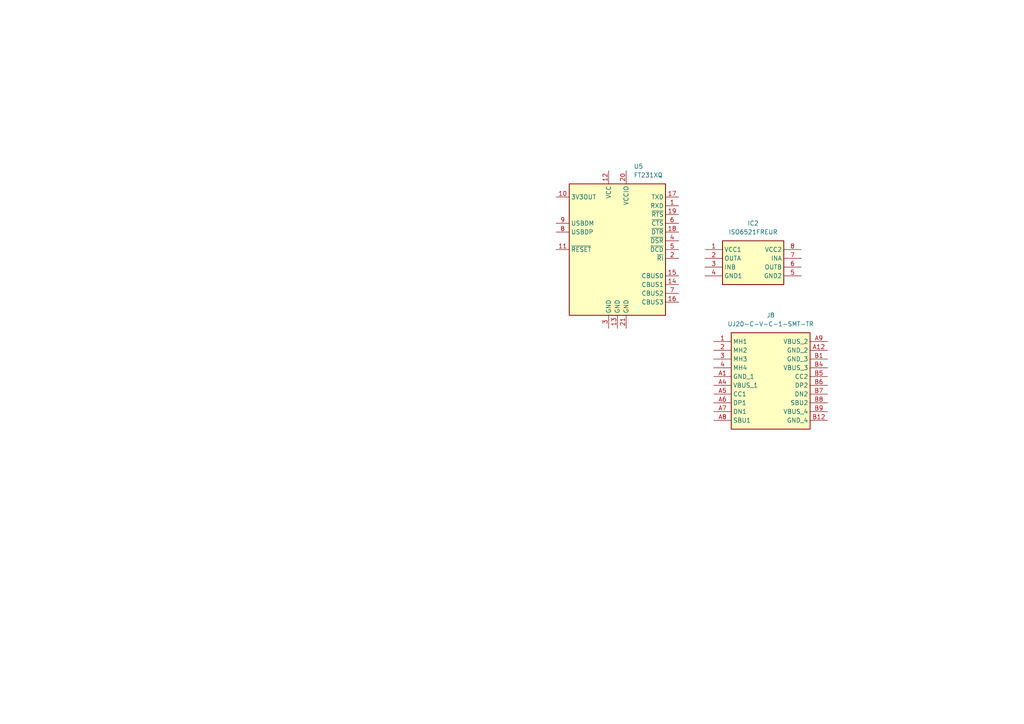
<source format=kicad_sch>
(kicad_sch (version 20231120) (generator "eeschema") (generator_version "8.0")
  (paper "A4")
  (title_block (title "RPM meter LED") (date "2024-11-26") (rev "v1.0") (company "STAPsystem"))
  (lib_symbols
    (symbol "Interface_USB:FT231XQ"
      (property "Reference" "U" (at -13.97 20.32 0))
      (property "Value" "FT231XQ" (at 6.35 20.32 0))
      (symbol "FT231XQ_0_1"
        (rectangle (start -13.97 19.05) (end 13.97 -19.05) (stroke (width 0.254)) (fill (type background)))
      )
      (symbol "FT231XQ_1_1"
        (pin input line (at 17.78 12.7 180) (length 3.81) (name "RXD") (number "1"))
        (pin power_out line (at -17.78 15.24 0) (length 3.81) (name "3V3OUT") (number "10"))
        (pin input line (at -17.78 0 0) (length 3.81) (name "~{RESET}") (number "11"))
        (pin power_in line (at -2.54 22.86 270) (length 3.81) (name "VCC") (number "12"))
        (pin power_in line (at 0 -22.86 90) (length 3.81) (name "GND") (number "13"))
        (pin bidirectional line (at 17.78 -10.16 180) (length 3.81) (name "CBUS1") (number "14"))
        (pin bidirectional line (at 17.78 -7.62 180) (length 3.81) (name "CBUS0") (number "15"))
        (pin bidirectional line (at 17.78 -15.24 180) (length 3.81) (name "CBUS3") (number "16"))
        (pin output line (at 17.78 15.24 180) (length 3.81) (name "TXD") (number "17"))
        (pin output line (at 17.78 5.08 180) (length 3.81) (name "~{DTR}") (number "18"))
        (pin output line (at 17.78 10.16 180) (length 3.81) (name "~{RTS}") (number "19"))
        (pin input line (at 17.78 -2.54 180) (length 3.81) (name "~{RI}") (number "2"))
        (pin power_in line (at 2.54 22.86 270) (length 3.81) (name "VCCIO") (number "20"))
        (pin power_in line (at 2.54 -22.86 90) (length 3.81) (name "GND") (number "21"))
        (pin power_in line (at -2.54 -22.86 90) (length 3.81) (name "GND") (number "3"))
        (pin input line (at 17.78 2.54 180) (length 3.81) (name "~{DSR}") (number "4"))
        (pin input line (at 17.78 0 180) (length 3.81) (name "~{DCD}") (number "5"))
        (pin input line (at 17.78 7.62 180) (length 3.81) (name "~{CTS}") (number "6"))
        (pin bidirectional line (at 17.78 -12.7 180) (length 3.81) (name "CBUS2") (number "7"))
        (pin bidirectional line (at -17.78 5.08 0) (length 3.81) (name "USBDP") (number "8"))
        (pin bidirectional line (at -17.78 7.62 0) (length 3.81) (name "USBDM") (number "9"))
      )
    )
    (symbol "local_library:ISO6521FREUR"
      (property "Reference" "IC" (at 24.13 7.62 0))
      (property "Value" "ISO6521FREUR" (at 24.13 5.08 0))
      (symbol "ISO6521FREUR_1_1"
        (rectangle (start 5.08 2.54) (end 22.86 -10.16) (stroke (width 0.254)) (fill (type background)))
        (pin passive line (at 0 0 0) (length 5.08) (name "VCC1") (number "1"))
        (pin passive line (at 0 -2.54 0) (length 5.08) (name "OUTA") (number "2"))
        (pin passive line (at 0 -5.08 0) (length 5.08) (name "INB") (number "3"))
        (pin passive line (at 0 -7.62 0) (length 5.08) (name "GND1") (number "4"))
        (pin passive line (at 27.94 -7.62 180) (length 5.08) (name "GND2") (number "5"))
        (pin passive line (at 27.94 -5.08 180) (length 5.08) (name "OUTB") (number "6"))
        (pin passive line (at 27.94 -2.54 180) (length 5.08) (name "INA") (number "7"))
        (pin passive line (at 27.94 0 180) (length 5.08) (name "VCC2") (number "8"))
      )
    )
    (symbol "local_library:UJ20-C-V-C-1-SMT-TR"
      (property "Reference" "J" (at 29.21 7.62 0))
      (property "Value" "UJ20-C-V-C-1-SMT-TR" (at 29.21 5.08 0))
      (symbol "UJ20-C-V-C-1-SMT-TR_1_1"
        (rectangle (start 5.08 2.54) (end 27.94 -25.4) (stroke (width 0.254)) (fill (type background)))
        (pin passive line (at 0 0 0) (length 5.08) (name "MH1") (number "1"))
        (pin passive line (at 0 -2.54 0) (length 5.08) (name "MH2") (number "2"))
        (pin passive line (at 0 -5.08 0) (length 5.08) (name "MH3") (number "3"))
        (pin passive line (at 0 -7.62 0) (length 5.08) (name "MH4") (number "4"))
        (pin passive line (at 0 -10.16 0) (length 5.08) (name "GND_1") (number "A1"))
        (pin passive line (at 33.02 -2.54 180) (length 5.08) (name "GND_2") (number "A12"))
        (pin passive line (at 0 -12.7 0) (length 5.08) (name "VBUS_1") (number "A4"))
        (pin passive line (at 0 -15.24 0) (length 5.08) (name "CC1") (number "A5"))
        (pin passive line (at 0 -17.78 0) (length 5.08) (name "DP1") (number "A6"))
        (pin passive line (at 0 -20.32 0) (length 5.08) (name "DN1") (number "A7"))
        (pin passive line (at 0 -22.86 0) (length 5.08) (name "SBU1") (number "A8"))
        (pin passive line (at 33.02 0 180) (length 5.08) (name "VBUS_2") (number "A9"))
        (pin passive line (at 33.02 -5.08 180) (length 5.08) (name "GND_3") (number "B1"))
        (pin passive line (at 33.02 -22.86 180) (length 5.08) (name "GND_4") (number "B12"))
        (pin passive line (at 33.02 -7.62 180) (length 5.08) (name "VBUS_3") (number "B4"))
        (pin passive line (at 33.02 -10.16 180) (length 5.08) (name "CC2") (number "B5"))
        (pin passive line (at 33.02 -12.7 180) (length 5.08) (name "DP2") (number "B6"))
        (pin passive line (at 33.02 -15.24 180) (length 5.08) (name "DN2") (number "B7"))
        (pin passive line (at 33.02 -17.78 180) (length 5.08) (name "SBU2") (number "B8"))
        (pin passive line (at 33.02 -20.32 180) (length 5.08) (name "VBUS_4") (number "B9"))
      )
    )
  )
  (symbol (lib_id "Interface_USB:FT231XQ") (at 179.07 72.39 0) (unit 1)
    (property "Reference" "U5" (at 183.8041 48.26 0) (effects (justify left)))
    (property "Value" "FT231XQ" (at 183.8041 50.8 0) (effects (justify left)))
    (property "Footprint" "Package_DFN_QFN:QFN-20-1EP_4x4mm_P0.5mm_EP2.5x2.5mm" (effects (hide yes)))
    (property "Datasheet" "https://www.ftdichip.com/Support/Documents/DataSheets/ICs/DS_FT231X.pdf" (effects (hide yes)))
    (property "Description" "Full Speed USB to Full Handshake UART, QFN-20" (effects (hide yes)))
  )
  (symbol (lib_id "local_library:ISO6521FREUR") (at 204.47 72.39 0) (unit 1)
    (property "Reference" "IC2" (at 218.44 64.77 0))
    (property "Value" "ISO6521FREUR" (at 218.44 67.31 0))
    (property "Footprint" "Library_local:SON50P300X200X105-8N-D" (effects (hide yes)))
    (property "Datasheet" "https://www.ti.com/lit/ds/symlink/iso6521.pdf?ts=1732928895146&ref_url=https%253A%252F%252Fwww.mouser.pl%252F" (effects (hide yes)))
    (property "Description" "Digital Isolators Functional isolation&nbsp;dual-channel&nbsp;1/1 digital isolator 8-VSON -40 to 125" (effects (hide yes)))
    (property "Height" "1.05" (effects (hide yes)))
    (property "Mouser Part Number" "595-ISO6521FREUR" (effects (hide yes)))
    (property "Mouser Price/Stock" "https://www.mouser.co.uk/ProductDetail/Texas-Instruments/ISO6521FREUR?qs=ZcfC38r4PouxXfOm4ldYvg%3D%3D" (effects (hide yes)))
    (property "Manufacturer_Name" "Texas Instruments" (effects (hide yes)))
    (property "Manufacturer_Part_Number" "ISO6521FREUR" (effects (hide yes)))
    (property "Mouser" "https://www.mouser.pl/ProductDetail/Texas-Instruments/ISO6521FREUR?qs=ZcfC38r4PouxXfOm4ldYvg%3D%3D" (effects (hide yes)))
  )
  (symbol (lib_id "local_library:UJ20-C-V-C-1-SMT-TR") (at 207.01 99.06 0) (unit 1)
    (property "Reference" "J8" (at 223.52 91.44 0))
    (property "Value" "UJ20-C-V-C-1-SMT-TR" (at 223.52 93.98 0))
    (property "Footprint" "Library_local:UJ20CVC1SMTTR" (effects (hide yes)))
    (property "Datasheet" "https://www.sameskydevices.com/product/resource/uj20-c-v-c-1-smt-tr.pdf" (effects (hide yes)))
    (property "Description" "USB Connectors USB Jack 2.0, Type-C, Vertical, Copper Alloy, Surface Mount, 6.5H, T&R" (effects (hide yes)))
    (property "Height" "6.65" (effects (hide yes)))
    (property "Mouser Part Number" "179-UJ20CVC1SMTTR" (effects (hide yes)))
    (property "Mouser Price/Stock" "https://www.mouser.co.uk/ProductDetail/Same-Sky/UJ20-C-V-C-1-SMT-TR?qs=i8QVZAFTkqRSXXSHLSIhtw%3D%3D" (effects (hide yes)))
    (property "Manufacturer_Name" "Same Sky" (effects (hide yes)))
    (property "Manufacturer_Part_Number" "UJ20-C-V-C-1-SMT-TR" (effects (hide yes)))
  )
)
</source>
